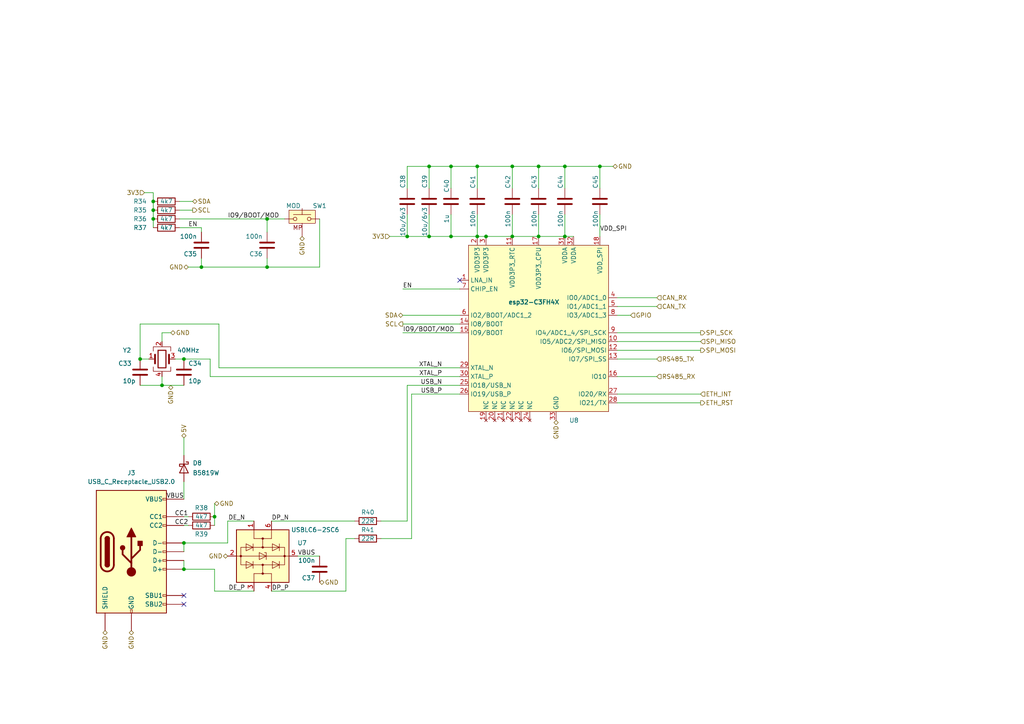
<source format=kicad_sch>
(kicad_sch (version 20211123) (generator eeschema)
  (paper "A4")
  (title_block (title "ether-bridge") (date "2025-06-30") (rev "0.1") (company "makerspace.lt"))
  (lib_symbols
    (symbol "-local:SW_Push_MountingPin" (pin_numbers hide) (pin_names (offset 1.016) hide)
      (property "Reference" "SW" (at 2.54 5.08 0))
      (property "Value" "SW_Push_MountingPin" (at 0 7.62 0))
      (symbol "SW_Push_MountingPin_0_0"
        (text "MP" (at 1.27 -2.54 0) (effects (font (size 1.27 1.27))))
      )
      (symbol "SW_Push_MountingPin_0_1"
        (rectangle (start -3.81 2.54) (end 3.81 -1.27) (fill (type background)))
        (circle (center -2.032 0) (radius 0.508))
        (polyline (pts (xy 0 1.27) (xy 0 3.048)))
        (polyline (pts (xy 2.54 1.27) (xy -2.54 1.27)))
        (circle (center 2.032 0) (radius 0.508))
        (pin passive line (at -5.08 0 0) (length 2.54) (name "1") (number "1"))
        (pin passive line (at 5.08 0 180) (length 2.54) (name "2") (number "2"))
        (pin passive line (at 0 -5.08 90) (length 3.81) (name "MP") (number "MP"))
      )
    )
    (symbol "-local:esp32-C3FH4X"
      (property "Reference" "U" (at 30.48 -53.34 0))
      (property "Value" "esp32-C3FH4X" (at 35.56 -50.8 0))
      (symbol "esp32-C3FH4X_0_1"
        (rectangle (start 0 0) (end 40.64 -48.26) (fill (type background)))
      )
      (symbol "esp32-C3FH4X_1_1"
        (pin input line (at -2.54 -10.16 0) (length 2.54) (name "LNA_IN") (number "1"))
        (pin bidirectional line (at 43.18 -27.94 180) (length 2.54) (name "IO5/ADC2/SPI_MISO") (number "10"))
        (pin power_in line (at 12.7 2.54 270) (length 2.54) (name "VDD3P3_RTC") (number "11"))
        (pin bidirectional line (at 43.18 -30.48 180) (length 2.54) (name "IO6/SPI_MOSI") (number "12"))
        (pin bidirectional line (at 43.18 -33.02 180) (length 2.54) (name "IO7/SPI_SS") (number "13"))
        (pin bidirectional line (at -2.54 -22.86 0) (length 2.54) (name "IO8/BOOT") (number "14"))
        (pin bidirectional line (at -2.54 -25.4 0) (length 2.54) (name "IO9/BOOT") (number "15"))
        (pin bidirectional line (at 43.18 -38.1 180) (length 2.54) (name "IO10") (number "16"))
        (pin power_in line (at 20.32 2.54 270) (length 2.54) (name "VDD3P3_CPU") (number "17"))
        (pin power_out line (at 38.1 2.54 270) (length 2.54) (name "VDD_SPI") (number "18"))
        (pin no_connect line (at 5.08 -50.8 90) (length 2.54) (name "NC") (number "19"))
        (pin power_in line (at 2.54 2.54 270) (length 2.54) (name "VDD3P3") (number "2"))
        (pin no_connect line (at 7.62 -50.8 90) (length 2.54) (name "NC") (number "20"))
        (pin no_connect line (at 10.16 -50.8 90) (length 2.54) (name "NC") (number "21"))
        (pin no_connect line (at 12.7 -50.8 90) (length 2.54) (name "NC") (number "22"))
        (pin no_connect line (at 15.24 -50.8 90) (length 2.54) (name "NC") (number "23"))
        (pin no_connect line (at 17.78 -50.8 90) (length 2.54) (name "NC") (number "24"))
        (pin bidirectional line (at -2.54 -40.64 0) (length 2.54) (name "IO18/USB_N") (number "25"))
        (pin bidirectional line (at -2.54 -43.18 0) (length 2.54) (name "IO19/USB_P") (number "26"))
        (pin bidirectional line (at 43.18 -43.18 180) (length 2.54) (name "IO20/RX") (number "27"))
        (pin bidirectional line (at 43.18 -45.72 180) (length 2.54) (name "IO21/TX") (number "28"))
        (pin bidirectional line (at -2.54 -35.56 0) (length 2.54) (name "XTAL_N") (number "29"))
        (pin power_in line (at 5.08 2.54 270) (length 2.54) (name "VDD3P3") (number "3"))
        (pin bidirectional line (at -2.54 -38.1 0) (length 2.54) (name "XTAL_P") (number "30"))
        (pin power_in line (at 27.94 2.54 270) (length 2.54) (name "VDDA") (number "31"))
        (pin power_in line (at 30.48 2.54 270) (length 2.54) (name "VDDA") (number "32"))
        (pin input line (at 25.4 -50.8 90) (length 2.54) (name "GND") (number "33"))
        (pin bidirectional line (at 43.18 -15.24 180) (length 2.54) (name "IO0/ADC1_0") (number "4"))
        (pin bidirectional line (at 43.18 -17.78 180) (length 2.54) (name "IO1/ADC1_1") (number "5"))
        (pin bidirectional line (at -2.54 -20.32 0) (length 2.54) (name "IO2/BOOT/ADC1_2") (number "6"))
        (pin input line (at -2.54 -12.7 0) (length 2.54) (name "CHIP_EN") (number "7"))
        (pin bidirectional line (at 43.18 -20.32 180) (length 2.54) (name "IO3/ADC1_3") (number "8"))
        (pin bidirectional line (at 43.18 -25.4 180) (length 2.54) (name "IO4/ADC1_4/SPI_SCK") (number "9"))
      )
    )
    (symbol "Connector:USB_C_Receptacle_USB2.0" (pin_numbers hide) (pin_names (offset 1.016))
      (property "Reference" "J" (at -10.16 19.05 0))
      (property "Value" "USB_C_Receptacle_USB2.0" (at 19.05 19.05 0))
      (symbol "USB_C_Receptacle_USB2.0_0_0"
        (rectangle (start -0.254 -17.78) (end 0.254 -16.764))
        (rectangle (start 10.16 -14.986) (end 9.144 -15.494))
        (rectangle (start 10.16 -12.446) (end 9.144 -12.954))
        (rectangle (start 10.16 -4.826) (end 9.144 -5.334))
        (rectangle (start 10.16 -2.286) (end 9.144 -2.794))
        (rectangle (start 10.16 0.254) (end 9.144 -0.254))
        (rectangle (start 10.16 2.794) (end 9.144 2.286))
        (rectangle (start 10.16 7.874) (end 9.144 7.366))
        (rectangle (start 10.16 10.414) (end 9.144 9.906))
        (rectangle (start 10.16 15.494) (end 9.144 14.986))
      )
      (symbol "USB_C_Receptacle_USB2.0_0_1"
        (rectangle (start -10.16 17.78) (end 10.16 -17.78) (stroke (width 0.254)) (fill (type background)))
        (arc (start -8.89 -3.81) (mid -6.985 -5.715) (end -5.08 -3.81) (stroke (width 0.508)))
        (arc (start -7.62 -3.81) (mid -6.985 -4.445) (end -6.35 -3.81) (stroke (width 0.254)))
        (arc (start -7.62 -3.81) (mid -6.985 -4.445) (end -6.35 -3.81) (stroke (width 0.254)) (fill (type outline)))
        (rectangle (start -7.62 -3.81) (end -6.35 3.81) (stroke (width 0.254)) (fill (type outline)))
        (arc (start -6.35 3.81) (mid -6.985 4.445) (end -7.62 3.81) (stroke (width 0.254)))
        (arc (start -6.35 3.81) (mid -6.985 4.445) (end -7.62 3.81) (stroke (width 0.254)) (fill (type outline)))
        (arc (start -5.08 3.81) (mid -6.985 5.715) (end -8.89 3.81) (stroke (width 0.508)))
        (circle (center -2.54 1.143) (radius 0.635) (stroke (width 0.254)) (fill (type outline)))
        (circle (center 0 -5.842) (radius 1.27) (fill (type outline)))
        (polyline (pts (xy -8.89 -3.81) (xy -8.89 3.81)) (stroke (width 0.508)))
        (polyline (pts (xy -5.08 3.81) (xy -5.08 -3.81)) (stroke (width 0.508)))
        (polyline (pts (xy 0 -5.842) (xy 0 4.318)) (stroke (width 0.508)))
        (polyline (pts (xy 0 -3.302) (xy -2.54 -0.762) (xy -2.54 0.508)) (stroke (width 0.508)))
        (polyline (pts (xy 0 -2.032) (xy 2.54 0.508) (xy 2.54 1.778)) (stroke (width 0.508)))
        (polyline (pts (xy -1.27 4.318) (xy 0 6.858) (xy 1.27 4.318) (xy -1.27 4.318)) (stroke (width 0.254)) (fill (type outline)))
        (rectangle (start 1.905 1.778) (end 3.175 3.048) (stroke (width 0.254)) (fill (type outline)))
      )
      (symbol "USB_C_Receptacle_USB2.0_1_1"
        (pin passive line (at 0 -22.86 90) (length 5.08) (name "GND") (number "A1"))
        (pin passive line (at 0 -22.86 90) (length 5.08) hide (name "GND") (number "A12"))
        (pin passive line (at 15.24 15.24 180) (length 5.08) (name "VBUS") (number "A4"))
        (pin bidirectional line (at 15.24 10.16 180) (length 5.08) (name "CC1") (number "A5"))
        (pin bidirectional line (at 15.24 -2.54 180) (length 5.08) (name "D+") (number "A6"))
        (pin bidirectional line (at 15.24 2.54 180) (length 5.08) (name "D-") (number "A7"))
        (pin bidirectional line (at 15.24 -12.7 180) (length 5.08) (name "SBU1") (number "A8"))
        (pin passive line (at 15.24 15.24 180) (length 5.08) hide (name "VBUS") (number "A9"))
        (pin passive line (at 0 -22.86 90) (length 5.08) hide (name "GND") (number "B1"))
        (pin passive line (at 0 -22.86 90) (length 5.08) hide (name "GND") (number "B12"))
        (pin passive line (at 15.24 15.24 180) (length 5.08) hide (name "VBUS") (number "B4"))
        (pin bidirectional line (at 15.24 7.62 180) (length 5.08) (name "CC2") (number "B5"))
        (pin bidirectional line (at 15.24 -5.08 180) (length 5.08) (name "D+") (number "B6"))
        (pin bidirectional line (at 15.24 0 180) (length 5.08) (name "D-") (number "B7"))
        (pin bidirectional line (at 15.24 -15.24 180) (length 5.08) (name "SBU2") (number "B8"))
        (pin passive line (at 15.24 15.24 180) (length 5.08) hide (name "VBUS") (number "B9"))
        (pin passive line (at -7.62 -22.86 90) (length 5.08) (name "SHIELD") (number "S1"))
      )
    )
    (symbol "Device:C" (pin_numbers hide) (pin_names (offset 0.254))
      (property "Reference" "C" (at 0.635 2.54 0))
      (property "Value" "C" (at 0.635 -2.54 0))
      (symbol "C_0_1"
        (polyline (pts (xy -2.032 -0.762) (xy 2.032 -0.762)) (stroke (width 0.508)))
        (polyline (pts (xy -2.032 0.762) (xy 2.032 0.762)) (stroke (width 0.508)))
      )
      (symbol "C_1_1"
        (pin passive line (at 0 3.81 270) (length 2.794) (name "~") (number "1"))
        (pin passive line (at 0 -3.81 90) (length 2.794) (name "~") (number "2"))
      )
    )
    (symbol "Device:Crystal_GND24" (pin_names (offset 1.016) hide)
      (property "Reference" "Y" (at 3.175 5.08 0))
      (property "Value" "Crystal_GND24" (at 3.175 3.175 0))
      (symbol "Crystal_GND24_0_1"
        (rectangle (start -1.143 2.54) (end 1.143 -2.54) (stroke (width 0.3048)))
        (polyline (pts (xy -2.54 0) (xy -2.032 0)))
        (polyline (pts (xy -2.032 -1.27) (xy -2.032 1.27)) (stroke (width 0.508)))
        (polyline (pts (xy 0 -3.81) (xy 0 -3.556)))
        (polyline (pts (xy 0 3.556) (xy 0 3.81)))
        (polyline (pts (xy 2.032 -1.27) (xy 2.032 1.27)) (stroke (width 0.508)))
        (polyline (pts (xy 2.032 0) (xy 2.54 0)))
        (polyline (pts (xy -2.54 -2.286) (xy -2.54 -3.556) (xy 2.54 -3.556) (xy 2.54 -2.286)))
        (polyline (pts (xy -2.54 2.286) (xy -2.54 3.556) (xy 2.54 3.556) (xy 2.54 2.286)))
      )
      (symbol "Crystal_GND24_1_1"
        (pin passive line (at -3.81 0 0) (length 1.27) (name "1") (number "1"))
        (pin passive line (at 0 5.08 270) (length 1.27) (name "2") (number "2"))
        (pin passive line (at 3.81 0 180) (length 1.27) (name "3") (number "3"))
        (pin passive line (at 0 -5.08 90) (length 1.27) (name "4") (number "4"))
      )
    )
    (symbol "Device:D_Schottky" (pin_numbers hide) (pin_names (offset 1.016) hide)
      (property "Reference" "D" (at 0 2.54 0))
      (property "Value" "D_Schottky" (at 0 -2.54 0))
      (symbol "D_Schottky_0_1"
        (polyline (pts (xy 1.27 0) (xy -1.27 0)))
        (polyline (pts (xy 1.27 1.27) (xy 1.27 -1.27) (xy -1.27 0) (xy 1.27 1.27)) (stroke (width 0.254)))
        (polyline (pts (xy -1.905 0.635) (xy -1.905 1.27) (xy -1.27 1.27) (xy -1.27 -1.27) (xy -0.635 -1.27) (xy -0.635 -0.635)) (stroke (width 0.254)))
      )
      (symbol "D_Schottky_1_1"
        (pin passive line (at -3.81 0 0) (length 2.54) (name "K") (number "1"))
        (pin passive line (at 3.81 0 180) (length 2.54) (name "A") (number "2"))
      )
    )
    (symbol "Device:R" (pin_numbers hide) (pin_names (offset 0))
      (property "Reference" "R" (at 2.032 0 90))
      (property "Value" "R" (at 0 0 90))
      (symbol "R_0_1"
        (rectangle (start -1.016 -2.54) (end 1.016 2.54) (stroke (width 0.254)))
      )
      (symbol "R_1_1"
        (pin passive line (at 0 3.81 270) (length 1.27) (name "~") (number "1"))
        (pin passive line (at 0 -3.81 90) (length 1.27) (name "~") (number "2"))
      )
    )
    (symbol "Power_Protection:USBLC6-2SC6" (pin_names hide)
      (property "Reference" "U" (at 2.54 8.89 0))
      (property "Value" "USBLC6-2SC6" (at 2.54 -8.89 0))
      (symbol "USBLC6-2SC6_0_1"
        (rectangle (start -7.62 -7.62) (end 7.62 7.62) (stroke (width 0.254)) (fill (type background)))
        (circle (center -5.08 0) (radius 0.254) (fill (type outline)))
        (circle (center -2.54 0) (radius 0.254) (fill (type outline)))
        (rectangle (start -2.54 6.35) (end 2.54 -6.35))
        (circle (center 0 -6.35) (radius 0.254) (fill (type outline)))
        (polyline (pts (xy -5.08 -2.54) (xy -7.62 -2.54)))
        (polyline (pts (xy -5.08 0) (xy -5.08 -2.54)))
        (polyline (pts (xy -5.08 2.54) (xy -7.62 2.54)))
        (polyline (pts (xy -1.524 -2.794) (xy -3.556 -2.794)))
        (polyline (pts (xy -1.524 4.826) (xy -3.556 4.826)))
        (polyline (pts (xy 0 -7.62) (xy 0 -6.35)))
        (polyline (pts (xy 0 -6.35) (xy 0 1.27)))
        (polyline (pts (xy 0 1.27) (xy 0 6.35)))
        (polyline (pts (xy 0 6.35) (xy 0 7.62)))
        (polyline (pts (xy 1.524 -2.794) (xy 3.556 -2.794)))
        (polyline (pts (xy 1.524 4.826) (xy 3.556 4.826)))
        (polyline (pts (xy 5.08 -2.54) (xy 7.62 -2.54)))
        (polyline (pts (xy 5.08 0) (xy 5.08 -2.54)))
        (polyline (pts (xy 5.08 2.54) (xy 7.62 2.54)))
        (polyline (pts (xy -2.54 0) (xy -5.08 0) (xy -5.08 2.54)))
        (polyline (pts (xy 2.54 0) (xy 5.08 0) (xy 5.08 2.54)))
        (polyline (pts (xy -3.556 -4.826) (xy -1.524 -4.826) (xy -2.54 -2.794) (xy -3.556 -4.826)))
        (polyline (pts (xy -3.556 2.794) (xy -1.524 2.794) (xy -2.54 4.826) (xy -3.556 2.794)))
        (polyline (pts (xy -1.016 -1.016) (xy 1.016 -1.016) (xy 0 1.016) (xy -1.016 -1.016)))
        (polyline (pts (xy 1.016 1.016) (xy 0.762 1.016) (xy -1.016 1.016) (xy -1.016 0.508)))
        (polyline (pts (xy 3.556 -4.826) (xy 1.524 -4.826) (xy 2.54 -2.794) (xy 3.556 -4.826)))
        (polyline (pts (xy 3.556 2.794) (xy 1.524 2.794) (xy 2.54 4.826) (xy 3.556 2.794)))
        (circle (center 0 6.35) (radius 0.254) (fill (type outline)))
        (circle (center 2.54 0) (radius 0.254) (fill (type outline)))
        (circle (center 5.08 0) (radius 0.254) (fill (type outline)))
      )
      (symbol "USBLC6-2SC6_1_1"
        (pin passive line (at -10.16 -2.54 0) (length 2.54) (name "I/O1") (number "1"))
        (pin passive line (at 0 -10.16 90) (length 2.54) (name "GND") (number "2"))
        (pin passive line (at 10.16 -2.54 180) (length 2.54) (name "I/O2") (number "3"))
        (pin passive line (at 10.16 2.54 180) (length 2.54) (name "I/O2") (number "4"))
        (pin passive line (at 0 10.16 270) (length 2.54) (name "VBUS") (number "5"))
        (pin passive line (at -10.16 2.54 0) (length 2.54) (name "I/O1") (number "6"))
      )
    )
  )
  (junction (at 40.64 104.14))
  (junction (at 77.47 63.5))
  (junction (at 156.21 68.58))
  (junction (at 163.83 48.26))
  (junction (at 138.43 68.58))
  (junction (at 148.59 48.26))
  (junction (at 44.45 60.96))
  (junction (at 124.46 48.26))
  (junction (at 163.83 68.58))
  (junction (at 53.34 165.1))
  (junction (at 130.81 68.58))
  (junction (at 44.45 58.42))
  (junction (at 62.23 149.86))
  (junction (at 118.11 68.58))
  (junction (at 140.97 68.58))
  (junction (at 148.59 68.58))
  (junction (at 46.99 111.76))
  (junction (at 173.99 48.26))
  (junction (at 44.45 63.5))
  (junction (at 138.43 48.26))
  (junction (at 53.34 104.14))
  (junction (at 130.81 48.26))
  (junction (at 53.34 157.48))
  (junction (at 156.21 48.26))
  (junction (at 124.46 68.58))
  (junction (at 58.42 77.47))
  (junction (at 77.47 77.47))
  (no_connect (at 53.34 172.72))
  (no_connect (at 53.34 175.26))
  (no_connect (at 133.35 81.28))
  (wire (pts (xy 53.34 139.7) (xy 53.34 144.78)))
  (wire (pts (xy 110.49 151.13) (xy 118.11 151.13)))
  (wire (pts (xy 116.84 93.98) (xy 133.35 93.98)))
  (wire (pts (xy 116.84 91.44) (xy 133.35 91.44)))
  (wire (pts (xy 63.5 106.68) (xy 63.5 93.98)))
  (wire (pts (xy 52.07 63.5) (xy 77.47 63.5)))
  (wire (pts (xy 163.83 62.23) (xy 163.83 68.58)))
  (wire (pts (xy 63.5 106.68) (xy 133.35 106.68)))
  (wire (pts (xy 78.74 151.13) (xy 102.87 151.13)))
  (wire (pts (xy 203.2 96.52) (xy 179.07 96.52)))
  (wire (pts (xy 156.21 62.23) (xy 156.21 68.58)))
  (wire (pts (xy 52.07 66.04) (xy 58.42 66.04)))
  (wire (pts (xy 100.33 171.45) (xy 100.33 156.21)))
  (wire (pts (xy 44.45 63.5) (xy 44.45 66.04)))
  (wire (pts (xy 203.2 114.3) (xy 179.07 114.3)))
  (wire (pts (xy 46.99 96.52) (xy 49.53 96.52)))
  (wire (pts (xy 138.43 68.58) (xy 138.43 62.23)))
  (wire (pts (xy 140.97 68.58) (xy 148.59 68.58)))
  (wire (pts (xy 124.46 48.26) (xy 130.81 48.26)))
  (wire (pts (xy 62.23 146.05) (xy 62.23 149.86)))
  (wire (pts (xy 44.45 58.42) (xy 44.45 60.96)))
  (wire (pts (xy 77.47 63.5) (xy 77.47 67.31)))
  (wire (pts (xy 118.11 62.23) (xy 118.11 68.58)))
  (wire (pts (xy 66.04 157.48) (xy 53.34 157.48)))
  (wire (pts (xy 163.83 54.61) (xy 163.83 48.26)))
  (wire (pts (xy 118.11 68.58) (xy 124.46 68.58)))
  (wire (pts (xy 118.11 54.61) (xy 118.11 48.26)))
  (wire (pts (xy 62.23 171.45) (xy 62.23 165.1)))
  (wire (pts (xy 190.5 86.36) (xy 179.07 86.36)))
  (wire (pts (xy 92.71 63.5) (xy 92.71 77.47)))
  (wire (pts (xy 58.42 74.93) (xy 58.42 77.47)))
  (wire (pts (xy 148.59 68.58) (xy 156.21 68.58)))
  (wire (pts (xy 124.46 54.61) (xy 124.46 48.26)))
  (wire (pts (xy 58.42 67.31) (xy 58.42 66.04)))
  (wire (pts (xy 173.99 54.61) (xy 173.99 48.26)))
  (wire (pts (xy 156.21 48.26) (xy 156.21 54.61)))
  (wire (pts (xy 100.33 156.21) (xy 102.87 156.21)))
  (wire (pts (xy 119.38 156.21) (xy 119.38 114.3)))
  (wire (pts (xy 55.88 60.96) (xy 52.07 60.96)))
  (wire (pts (xy 173.99 48.26) (xy 163.83 48.26)))
  (wire (pts (xy 124.46 62.23) (xy 124.46 68.58)))
  (wire (pts (xy 40.64 93.98) (xy 40.64 104.14)))
  (wire (pts (xy 130.81 68.58) (xy 138.43 68.58)))
  (wire (pts (xy 77.47 63.5) (xy 82.55 63.5)))
  (wire (pts (xy 119.38 114.3) (xy 133.35 114.3)))
  (wire (pts (xy 44.45 55.88) (xy 44.45 58.42)))
  (wire (pts (xy 138.43 48.26) (xy 138.43 54.61)))
  (wire (pts (xy 40.64 111.76) (xy 46.99 111.76)))
  (wire (pts (xy 41.91 55.88) (xy 44.45 55.88)))
  (wire (pts (xy 73.66 171.45) (xy 62.23 171.45)))
  (wire (pts (xy 116.84 96.52) (xy 133.35 96.52)))
  (wire (pts (xy 53.34 127) (xy 53.34 132.08)))
  (wire (pts (xy 60.96 109.22) (xy 60.96 104.14)))
  (wire (pts (xy 60.96 109.22) (xy 133.35 109.22)))
  (wire (pts (xy 63.5 93.98) (xy 40.64 93.98)))
  (wire (pts (xy 190.5 104.14) (xy 179.07 104.14)))
  (wire (pts (xy 62.23 149.86) (xy 62.23 152.4)))
  (wire (pts (xy 118.11 111.76) (xy 118.11 151.13)))
  (wire (pts (xy 156.21 48.26) (xy 148.59 48.26)))
  (wire (pts (xy 50.8 104.14) (xy 53.34 104.14)))
  (wire (pts (xy 113.03 68.58) (xy 118.11 68.58)))
  (wire (pts (xy 118.11 111.76) (xy 133.35 111.76)))
  (wire (pts (xy 118.11 48.26) (xy 124.46 48.26)))
  (wire (pts (xy 203.2 116.84) (xy 179.07 116.84)))
  (wire (pts (xy 46.99 111.76) (xy 53.34 111.76)))
  (wire (pts (xy 173.99 48.26) (xy 177.8 48.26)))
  (wire (pts (xy 77.47 77.47) (xy 92.71 77.47)))
  (wire (pts (xy 148.59 48.26) (xy 138.43 48.26)))
  (wire (pts (xy 190.5 109.22) (xy 179.07 109.22)))
  (wire (pts (xy 203.2 99.06) (xy 179.07 99.06)))
  (wire (pts (xy 55.88 58.42) (xy 52.07 58.42)))
  (wire (pts (xy 40.64 104.14) (xy 43.18 104.14)))
  (wire (pts (xy 54.61 152.4) (xy 53.34 152.4)))
  (wire (pts (xy 130.81 48.26) (xy 138.43 48.26)))
  (wire (pts (xy 130.81 48.26) (xy 130.81 54.61)))
  (wire (pts (xy 86.36 161.29) (xy 92.71 161.29)))
  (wire (pts (xy 54.61 77.47) (xy 58.42 77.47)))
  (wire (pts (xy 53.34 157.48) (xy 53.34 160.02)))
  (wire (pts (xy 182.88 91.44) (xy 179.07 91.44)))
  (wire (pts (xy 203.2 101.6) (xy 179.07 101.6)))
  (wire (pts (xy 148.59 62.23) (xy 148.59 68.58)))
  (wire (pts (xy 163.83 48.26) (xy 156.21 48.26)))
  (wire (pts (xy 148.59 48.26) (xy 148.59 54.61)))
  (wire (pts (xy 130.81 62.23) (xy 130.81 68.58)))
  (wire (pts (xy 163.83 68.58) (xy 166.37 68.58)))
  (wire (pts (xy 58.42 77.47) (xy 77.47 77.47)))
  (wire (pts (xy 46.99 99.06) (xy 46.99 96.52)))
  (wire (pts (xy 53.34 162.56) (xy 53.34 165.1)))
  (wire (pts (xy 54.61 149.86) (xy 53.34 149.86)))
  (wire (pts (xy 173.99 62.23) (xy 173.99 68.58)))
  (wire (pts (xy 116.84 83.82) (xy 133.35 83.82)))
  (wire (pts (xy 110.49 156.21) (xy 119.38 156.21)))
  (wire (pts (xy 190.5 88.9) (xy 179.07 88.9)))
  (wire (pts (xy 73.66 151.13) (xy 66.04 151.13)))
  (wire (pts (xy 77.47 74.93) (xy 77.47 77.47)))
  (wire (pts (xy 44.45 60.96) (xy 44.45 63.5)))
  (wire (pts (xy 62.23 165.1) (xy 53.34 165.1)))
  (wire (pts (xy 140.97 68.58) (xy 138.43 68.58)))
  (wire (pts (xy 46.99 109.22) (xy 46.99 111.76)))
  (wire (pts (xy 78.74 171.45) (xy 100.33 171.45)))
  (wire (pts (xy 66.04 151.13) (xy 66.04 157.48)))
  (wire (pts (xy 156.21 68.58) (xy 163.83 68.58)))
  (wire (pts (xy 124.46 68.58) (xy 130.81 68.58)))
  (wire (pts (xy 60.96 104.14) (xy 53.34 104.14)))
  (label "VBUS" (at 86.36 161.29 0))
  (label "VBUS" (at 53.34 144.78 180))
  (label "USB_N" (at 128.27 111.76 180))
  (label "XTAL_N" (at 128.27 106.68 180))
  (label "DP_P" (at 83.82 171.45 180))
  (label "XTAL_P" (at 128.27 109.22 180))
  (label "EN" (at 116.84 83.82 0))
  (label "CC2" (at 54.61 152.4 180))
  (label "DE_N" (at 71.12 151.13 180))
  (label "USB_P" (at 128.27 114.3 180))
  (label "CC1" (at 54.61 149.86 180))
  (label "VDD_SPI" (at 173.99 67.31 0))
  (label "DP_N" (at 83.82 151.13 180))
  (label "IO9{slash}BOOT{slash}MOD" (at 66.04 63.5 0))
  (label "DE_P" (at 71.12 171.45 180))
  (label "EN" (at 54.61 66.04 0))
  (label "IO9{slash}BOOT{slash}MOD" (at 116.84 96.52 0))
  (hierarchical_label "GND" (shape bidirectional) (at 66.04 161.29 180))
  (hierarchical_label "3V3" (shape input) (at 113.03 68.58 180))
  (hierarchical_label "RS485_TX" (shape input) (at 190.5 104.14 0))
  (hierarchical_label "GND" (shape bidirectional) (at 54.61 77.47 180))
  (hierarchical_label "RS485_RX" (shape input) (at 190.5 109.22 0))
  (hierarchical_label "3V3" (shape input) (at 41.91 55.88 180))
  (hierarchical_label "GPIO" (shape input) (at 182.88 91.44 0))
  (hierarchical_label "GND" (shape bidirectional) (at 62.23 146.05 0))
  (hierarchical_label "SCL" (shape output) (at 55.88 60.96 0))
  (hierarchical_label "GND" (shape bidirectional) (at 38.1 182.88 270))
  (hierarchical_label "CAN_TX" (shape input) (at 190.5 88.9 0))
  (hierarchical_label "CAN_RX" (shape input) (at 190.5 86.36 0))
  (hierarchical_label "GND" (shape bidirectional) (at 161.29 121.92 270))
  (hierarchical_label "SPI_SCK" (shape output) (at 203.2 96.52 0))
  (hierarchical_label "SPI_MOSI" (shape output) (at 203.2 101.6 0))
  (hierarchical_label "ETH_INT" (shape input) (at 203.2 114.3 0))
  (hierarchical_label "GND" (shape bidirectional) (at 49.53 111.76 270))
  (hierarchical_label "SDA" (shape bidirectional) (at 116.84 91.44 180))
  (hierarchical_label "SDA" (shape bidirectional) (at 55.88 58.42 0))
  (hierarchical_label "5V" (shape bidirectional) (at 53.34 127 90))
  (hierarchical_label "SPI_MISO" (shape input) (at 203.2 99.06 0))
  (hierarchical_label "GND" (shape bidirectional) (at 177.8 48.26 0))
  (hierarchical_label "GND" (shape bidirectional) (at 92.71 168.91 0))
  (hierarchical_label "GND" (shape bidirectional) (at 49.53 96.52 0))
  (hierarchical_label "GND" (shape bidirectional) (at 30.48 182.88 270))
  (hierarchical_label "ETH_RST" (shape output) (at 203.2 116.84 0))
  (hierarchical_label "SCL" (shape output) (at 116.84 93.98 180))
  (hierarchical_label "GND" (shape bidirectional) (at 87.63 68.58 270))
  (symbol (lib_id "Device:R") (at 48.26 63.5 90) (unit 1)
    (property "Reference" "R36" (at 40.64 63.5 90))
    (property "Value" "4k7" (at 48.26 63.5 90))
    (property "Footprint" "Resistor_SMD:R_0402_1005Metric_Pad0.72x0.64mm_HandSolder" (effects hide))
    (property "jlc-part-type" "B+" (effects hide))
    (property "lcsc#" "C25900" (effects hide))
  )
  (symbol (lib_id "Connector:USB_C_Receptacle_USB2.0") (at 38.1 160.02 0) (unit 1)
    (property "Reference" "J3" (at 38.1 137.16 0))
    (property "Value" "USB_C_Receptacle_USB2.0" (at 38.1 139.7 0))
    (property "Footprint" "-local:USB_C_Receptacle_HRO_TYPE-C-31-M-12" (effects hide))
    (property "Datasheet" "https://lcsc.com/datasheet/lcsc_datasheet_2410010003_Korean-Hroparts-Elec-TYPE-C-31-M-12_C165948.pdf" (effects hide))
    (property "jlc-part-type" "E+" (effects hide))
    (property "lcsc#" "C165948" (effects hide))
  )
  (symbol (lib_id "Device:R") (at 106.68 156.21 90) (unit 1)
    (property "Reference" "R41" (at 106.68 153.67 90))
    (property "Value" "22R" (at 106.68 156.21 90))
    (property "Footprint" "Resistor_SMD:R_0402_1005Metric_Pad0.72x0.64mm_HandSolder" (effects hide))
    (property "jlc-part-type" "B+" (effects hide))
    (property "lcsc#" "C25092" (effects hide))
  )
  (symbol (lib_id "Device:C") (at 173.99 58.42 180) (unit 1)
    (property "Reference" "C45" (at 172.72 50.8 90) (effects (justify left)))
    (property "Value" "100n" (at 172.72 60.96 90) (effects (justify left)))
    (property "Footprint" "Capacitor_SMD:C_0402_1005Metric_Pad0.74x0.62mm_HandSolder" (effects hide))
    (property "jlc-part-type" "B+" (effects hide))
    (property "lcsc#" "C1525" (effects hide))
  )
  (symbol (lib_id "Device:R") (at 106.68 151.13 90) (unit 1)
    (property "Reference" "R40" (at 106.68 148.59 90))
    (property "Value" "22R" (at 106.68 151.13 90))
    (property "Footprint" "Resistor_SMD:R_0402_1005Metric_Pad0.72x0.64mm_HandSolder" (effects hide))
    (property "jlc-part-type" "B+" (effects hide))
    (property "lcsc#" "C25092" (effects hide))
  )
  (symbol (lib_id "Device:R") (at 58.42 152.4 270) (unit 1)
    (property "Reference" "R39" (at 58.42 154.94 90))
    (property "Value" "4k7" (at 58.42 152.4 90))
    (property "Footprint" "Resistor_SMD:R_0402_1005Metric_Pad0.72x0.64mm_HandSolder" (effects hide))
    (property "jlc-part-type" "B+" (effects hide))
    (property "lcsc#" "C25900" (effects hide))
  )
  (symbol (lib_id "Device:R") (at 48.26 66.04 90) (unit 1)
    (property "Reference" "R37" (at 40.64 66.04 90))
    (property "Value" "4k7" (at 48.26 66.04 90))
    (property "Footprint" "Resistor_SMD:R_0402_1005Metric_Pad0.72x0.64mm_HandSolder" (effects hide))
    (property "jlc-part-type" "B+" (effects hide))
    (property "lcsc#" "C25900" (effects hide))
  )
  (symbol (lib_id "Device:C") (at 148.59 58.42 180) (unit 1)
    (property "Reference" "C42" (at 147.32 50.8 90) (effects (justify left)))
    (property "Value" "100n" (at 147.32 60.96 90) (effects (justify left)))
    (property "Footprint" "Capacitor_SMD:C_0402_1005Metric_Pad0.74x0.62mm_HandSolder" (effects hide))
    (property "jlc-part-type" "B+" (effects hide))
    (property "lcsc#" "C1525" (effects hide))
  )
  (symbol (lib_id "Device:C") (at 163.83 58.42 180) (unit 1)
    (property "Reference" "C44" (at 162.56 50.8 90) (effects (justify left)))
    (property "Value" "100n" (at 162.56 60.96 90) (effects (justify left)))
    (property "Footprint" "Capacitor_SMD:C_0402_1005Metric_Pad0.74x0.62mm_HandSolder" (effects hide))
    (property "jlc-part-type" "B+" (effects hide))
    (property "lcsc#" "C1525" (effects hide))
  )
  (symbol (lib_id "Device:C") (at 138.43 58.42 180) (unit 1)
    (property "Reference" "C41" (at 137.16 50.8 90) (effects (justify left)))
    (property "Value" "100n" (at 137.16 60.96 90) (effects (justify left)))
    (property "Footprint" "Capacitor_SMD:C_0402_1005Metric_Pad0.74x0.62mm_HandSolder" (effects hide))
    (property "jlc-part-type" "B+" (effects hide))
    (property "lcsc#" "C1525" (effects hide))
  )
  (symbol (lib_id "Device:C") (at 118.11 58.42 0) (unit 1)
    (property "Reference" "C38" (at 116.84 54.61 90) (effects (justify left)))
    (property "Value" "10u/6v3" (at 116.84 68.58 90) (effects (justify left)))
    (property "Footprint" "Capacitor_SMD:C_0402_1005Metric_Pad0.74x0.62mm_HandSolder" (effects hide))
    (property "jlc-part-type" "B+" (effects hide))
    (property "lcsc#" "C15525" (effects hide))
  )
  (symbol (lib_id "Device:C") (at 58.42 71.12 180) (unit 1)
    (property "Reference" "C35" (at 57.15 73.66 0) (effects (justify left)))
    (property "Value" "100n" (at 57.15 68.58 0) (effects (justify left)))
    (property "Footprint" "Capacitor_SMD:C_0402_1005Metric_Pad0.74x0.62mm_HandSolder" (effects hide))
    (property "jlc-part-type" "B+" (effects hide))
    (property "lcsc#" "C1525" (effects hide))
  )
  (symbol (lib_id "Device:C") (at 124.46 58.42 0) (unit 1)
    (property "Reference" "C39" (at 123.19 54.61 90) (effects (justify left)))
    (property "Value" "10u/6v3" (at 123.19 68.58 90) (effects (justify left)))
    (property "Footprint" "Capacitor_SMD:C_0402_1005Metric_Pad0.74x0.62mm_HandSolder" (effects hide))
    (property "jlc-part-type" "B+" (effects hide))
    (property "lcsc#" "C15525" (effects hide))
  )
  (symbol (lib_id "Device:D_Schottky") (at 53.34 135.89 270) (unit 1)
    (property "Reference" "D8" (at 55.88 134.3024 90) (effects (justify left)))
    (property "Value" "B5819W" (at 55.88 137.16 90) (effects (justify left)))
    (property "Footprint" "Diode_SMD:D_SOD-123" (effects hide))
    (property "Datasheet" "https://www.lcsc.com/datasheet/lcsc_datasheet_2304140030_Jiangsu-Changjing-Electronics-Technology-Co---Ltd--B5819W-SL_C8598.pdf" (effects hide))
    (property "jlc-part-type" "B+" (effects hide))
    (property "lcsc#" "C8598" (effects hide))
  )
  (symbol (lib_id "Device:C") (at 53.34 107.95 0) (unit 1)
    (property "Reference" "C34" (at 54.61 105.41 0) (effects (justify left)))
    (property "Value" "10p" (at 54.61 110.49 0) (effects (justify left)))
    (property "Footprint" "Capacitor_SMD:C_0402_1005Metric" (effects hide))
    (property "jlc-part-type" "???" (effects hide))
    (property "lcsc#" "C1634" (effects hide))
  )
  (symbol (lib_id "Device:C") (at 77.47 71.12 180) (unit 1)
    (property "Reference" "C36" (at 76.2 73.66 0) (effects (justify left)))
    (property "Value" "100n" (at 76.2 68.58 0) (effects (justify left)))
    (property "Footprint" "Capacitor_SMD:C_0402_1005Metric_Pad0.74x0.62mm_HandSolder" (effects hide))
    (property "jlc-part-type" "B+" (effects hide))
    (property "lcsc#" "C1525" (effects hide))
  )
  (symbol (lib_id "Device:R") (at 48.26 60.96 90) (unit 1)
    (property "Reference" "R35" (at 40.64 60.96 90))
    (property "Value" "4k7" (at 48.26 60.96 90))
    (property "Footprint" "Resistor_SMD:R_0402_1005Metric_Pad0.72x0.64mm_HandSolder" (effects hide))
    (property "jlc-part-type" "B+" (effects hide))
    (property "lcsc#" "C25900" (effects hide))
  )
  (symbol (lib_id "Device:C") (at 156.21 58.42 180) (unit 1)
    (property "Reference" "C43" (at 154.94 50.8 90) (effects (justify left)))
    (property "Value" "100n" (at 154.94 60.96 90) (effects (justify left)))
    (property "Footprint" "Capacitor_SMD:C_0402_1005Metric_Pad0.74x0.62mm_HandSolder" (effects hide))
    (property "jlc-part-type" "B+" (effects hide))
    (property "lcsc#" "C1525" (effects hide))
  )
  (symbol (lib_id "Device:R") (at 48.26 58.42 90) (unit 1)
    (property "Reference" "R34" (at 40.64 58.42 90))
    (property "Value" "4k7" (at 48.26 58.42 90))
    (property "Footprint" "Resistor_SMD:R_0402_1005Metric_Pad0.72x0.64mm_HandSolder" (effects hide))
    (property "jlc-part-type" "B+" (effects hide))
    (property "lcsc#" "C25900" (effects hide))
  )
  (symbol (lib_id "Device:C") (at 40.64 107.95 0) (unit 1)
    (property "Reference" "C33" (at 34.29 105.41 0) (effects (justify left)))
    (property "Value" "10p" (at 35.56 110.49 0) (effects (justify left)))
    (property "Footprint" "Capacitor_SMD:C_0402_1005Metric" (effects hide))
    (property "jlc-part-type" "???" (effects hide))
    (property "lcsc#" "C1634" (effects hide))
  )
  (symbol (lib_id "-local:SW_Push_MountingPin") (at 87.63 63.5 0) (mirror y) (unit 1)
    (property "Reference" "SW1" (at 92.71 59.69 0))
    (property "Value" "MOD" (at 85.09 59.69 0))
    (property "Footprint" "-local:tiny-btn" (effects hide))
    (property "Datasheet" "https://lcsc.com/datasheet/lcsc_datasheet_2410121643_ALPSALPINE-SKTDLHE010_C380198.pdf" (effects hide))
    (property "jlc-part-type" "E+" (effects hide))
    (property "lcsc#" "C380198" (effects hide))
  )
  (symbol (lib_id "Device:R") (at 58.42 149.86 90) (unit 1)
    (property "Reference" "R38" (at 58.42 147.32 90))
    (property "Value" "4k7" (at 58.42 149.86 90))
    (property "Footprint" "Resistor_SMD:R_0402_1005Metric_Pad0.72x0.64mm_HandSolder" (effects hide))
    (property "jlc-part-type" "B+" (effects hide))
    (property "lcsc#" "C25900" (effects hide))
  )
  (symbol (lib_id "Power_Protection:USBLC6-2SC6") (at 76.2 161.29 270) (unit 1)
    (property "Reference" "U7" (at 87.63 157.48 90))
    (property "Value" "USBLC6-2SC6" (at 91.44 153.67 90))
    (property "Footprint" "Package_TO_SOT_SMD:SOT-23-6" (effects hide))
    (property "Datasheet" "https://www.lcsc.com/datasheet/lcsc_datasheet_2311091738_UMW-Youtai-Semiconductor-Co---Ltd--USBLC6-2SC6_C2687116.pdf" (effects hide))
    (property "jlc-part-type" "E+" (effects hide))
    (property "lcsc#" "C2687116" (effects hide))
  )
  (symbol (lib_id "Device:C") (at 92.71 165.1 180) (unit 1)
    (property "Reference" "C37" (at 91.44 167.64 0) (effects (justify left)))
    (property "Value" "100n" (at 91.44 162.56 0) (effects (justify left)))
    (property "Footprint" "Capacitor_SMD:C_0402_1005Metric_Pad0.74x0.62mm_HandSolder" (effects hide))
    (property "jlc-part-type" "B+" (effects hide))
    (property "lcsc#" "C1525" (effects hide))
  )
  (symbol (lib_id "Device:C") (at 130.81 58.42 0) (unit 1)
    (property "Reference" "C40" (at 129.54 55.88 90) (effects (justify left)))
    (property "Value" "1u" (at 129.54 64.77 90) (effects (justify left)))
    (property "Footprint" "Capacitor_SMD:C_0402_1005Metric_Pad0.74x0.62mm_HandSolder" (effects hide))
    (property "jlc-part-type" "B+" (effects hide))
    (property "lcsc#" "C52923" (effects hide))
  )
  (symbol (lib_id "-local:esp32-C3FH4X") (at 135.89 71.12 0) (unit 1)
    (property "Reference" "U8" (at 165.1 121.92 0) (effects (justify left)))
    (property "Value" "esp32-C3FH4X" (at 147.32 87.63 0) (effects (font bold) (justify left)))
    (property "Footprint" "-local:QFN-32-1EP_5x5mm_P0.5mm_EP3.65x3.65mm" (effects hide))
    (property "Datasheet" "https://www.espressif.com/sites/default/files/documentation/esp32-c3_datasheet_en.pdf" (effects hide))
    (property "jlc-part-type" "E+" (effects hide))
    (property "lcsc#" "C2858491" (effects hide))
  )
  (symbol (lib_id "Device:Crystal_GND24") (at 46.99 104.14 0) (unit 1)
    (property "Reference" "Y2" (at 36.83 101.6 0))
    (property "Value" "40MHz" (at 54.61 101.6 0))
    (property "Footprint" "-local:Crystal_SMD_2016-4Pin_2.0x1.6mm" (effects hide))
    (property "Datasheet" "https://lcsc.com/datasheet/lcsc_datasheet_2409272203_Yajingxin-T201640MFBDE2X_C20885029.pdf" (effects hide))
    (property "jlc-part-type" "E+" (effects hide))
    (property "lcsc#" "C20885029" (effects hide))
  )
)
</source>
